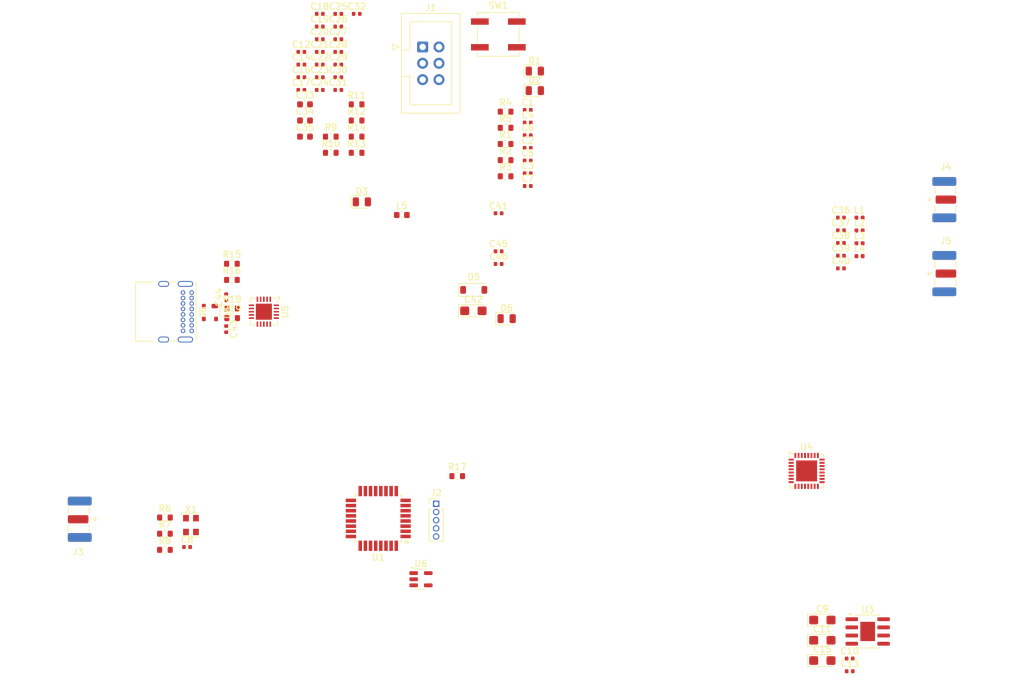
<source format=kicad_pcb>
(kicad_pcb (version 20240108) (generator "pcbnew") (generator_version "8.0")
  (layers (0 "F.Cu" signal) (1 "In1.Cu" signal) (2 "In2.Cu" signal) (31 "B.Cu" signal) (34 "B.Paste" user) (35 "F.Paste" user) (36 "B.SilkS" user "B.Silkscreen") (37 "F.SilkS" user "F.Silkscreen") (38 "B.Mask" user) (39 "F.Mask" user) (44 "Edge.Cuts" user))
  (net 0 "")
  (net 1 "GND")
  (net 2 "+5V")
  (net 3 "+3.3VA")
  (net 4 "+3V3")
  (net 5 "USBDM")
  (net 6 "USBDP")
  (net 7 "+3.3V")
  (net 8 "REF_IN")
  (net 9 "Net-(D1-A)")
  (net 10 "Net-(D2-A)")
  (net 11 "VBUS")
  (net 13 "UPDI")
  (net 16 "RF+")
  (net 17 "MOSI")
  (net 18 "MISO")
  (net 19 "~{SYNTH_CS}")
  (net 20 "SCLK")
  (net 21 "EXT_REF")
  (net 22 "RF-")
  (net 23 "RUN_LED")
  (net 24 "ERROR_LED")
  (net 25 "SDA")
  (net 26 "SCL")
  (net 27 "XO_EN")
  (net 28 "XO_REF")
  (net 29 "LD")
  (net 30 "TX")
  (net 31 "RX")
  (net 32 "MUXOUT")
  (net 33 "Net-(U1-~{RESET}{slash}PF6)")
  (net 34 "Net-(U3-BYP)")
  (net 35 "Net-(U3-VREG)")
  (net 36 "Net-(U4-TEMP)")
  (net 37 "Net-(U3-REF)")
  (net 38 "Net-(U4-VCOM)")
  (net 39 "Net-(U4-VREF)")
  (net 40 "Net-(U4-REFIN)")
  (net 41 "Net-(U4-CPout)")
  (net 42 "Net-(C34-Pad1)")
  (net 43 "Net-(U4-VTUNE)")
  (net 44 "Net-(C39-Pad2)")
  (net 45 "Net-(U4-RF_OUT_A+)")
  (net 46 "Net-(C40-Pad2)")
  (net 47 "Net-(U4-RF_OUT_A-)")
  (net 48 "Net-(D5-K)")
  (net 49 "Net-(D3-A)")
  (net 50 "Net-(D6-A)")
  (net 51 "Net-(J6-CC2)")
  (net 52 "Net-(J6-CC1)")
  (net 55 "Net-(R1-Pad1)")
  (net 56 "Net-(U4-RSET)")
  (net 57 "Net-(U4-SW)")
  (net 58 "Net-(R10-Pad1)")
  (net 59 "Net-(U5-USBDP)")
  (net 60 "Net-(U5-USBDM)")
  (footprint "Capacitor_SMD:C_0402_1005Metric" (layer "F.Cu") (at 101.0225 38.105)
    (property "Reference" "C19" (at 0 -1.16 0) (layer "F.SilkS"))
    (property "Value" "10pF")
    (pad "1" smd roundrect (at -0.48 0) (size 0.56 0.62) (layers "F.Cu" "F.Paste" "F.Mask") (net 1 "GND"))
    (pad "2" smd roundrect (at 0.48 0) (size 0.56 0.62) (layers "F.Cu" "F.Paste" "F.Mask") (net 39 "Net-(U4-VREF)"))
  )
  (footprint "Capacitor_SMD:C_0402_1005Metric" (layer "F.Cu") (at 133.3425 53.035)
    (property "Reference" "C4" (at 0 -1.16 0) (layer "F.SilkS"))
    (property "Value" "100nF")
    (pad "1" smd roundrect (at -0.48 0) (size 0.56 0.62) (layers "F.Cu" "F.Paste" "F.Mask") (net 1 "GND"))
    (pad "2" smd roundrect (at 0.48 0) (size 0.56 0.62) (layers "F.Cu" "F.Paste" "F.Mask") (net 4 "+3V3"))
  )
  (footprint "Capacitor_SMD:C_0402_1005Metric" (layer "F.Cu") (at 133.3425 55.005)
    (property "Reference" "C6" (at 0 -1.16 0) (layer "F.SilkS"))
    (property "Value" "10nF")
    (pad "1" smd roundrect (at -0.48 0) (size 0.56 0.62) (layers "F.Cu" "F.Paste" "F.Mask") (net 4 "+3V3"))
    (pad "2" smd roundrect (at 0.48 0) (size 0.56 0.62) (layers "F.Cu" "F.Paste" "F.Mask") (net 1 "GND"))
  )
  (footprint "Inductor_SMD:L_0603_1608Metric" (layer "F.Cu") (at 113.7725 67.395)
    (property "Reference" "L5" (at 0 -1.43 0) (layer "F.SilkS"))
    (property "Value" "MH1608-601Y")
    (pad "1" smd roundrect (at -0.7875 0) (size 0.875 0.95) (layers "F.Cu" "F.Paste" "F.Mask") (net 48 "Net-(D5-K)"))
    (pad "2" smd roundrect (at 0.7875 0) (size 0.875 0.95) (layers "F.Cu" "F.Paste" "F.Mask") (net 2 "+5V"))
  )
  (footprint "Resistor_SMD:R_0603_1608Metric" (layer "F.Cu") (at 122.3815 107.979)
    (property "Reference" "R17" (at 0 -1.43 0) (layer "F.SilkS"))
    (property "Value" "1k")
    (pad "1" smd roundrect (at -0.825 0) (size 0.8 0.95) (layers "F.Cu" "F.Paste" "F.Mask") (net 2 "+5V"))
    (pad "2" smd roundrect (at 0.825 0) (size 0.8 0.95) (layers "F.Cu" "F.Paste" "F.Mask") (net 50 "Net-(D6-A)"))
  )
  (footprint "Capacitor_SMD:C_0402_1005Metric" (layer "F.Cu") (at 101.0225 40.075)
    (property "Reference" "C20" (at 0 -1.16 0) (layer "F.SilkS"))
    (property "Value" "10nF")
    (pad "1" smd roundrect (at -0.48 0) (size 0.56 0.62) (layers "F.Cu" "F.Paste" "F.Mask") (net 40 "Net-(U4-REFIN)"))
    (pad "2" smd roundrect (at 0.48 0) (size 0.56 0.62) (layers "F.Cu" "F.Paste" "F.Mask") (net 8 "REF_IN"))
  )
  (footprint "Oscillator:Oscillator_SMD_EuroQuartz_XO32-4Pin_3.2x2.5mm" (layer "F.Cu") (at 81.001 115.589)
    (property "Reference" "X1" (at 0 -2.45 0) (layer "F.SilkS"))
    (property "Value" "XO32")
    (pad "1" smd rect (at -0.775 -1.075 270) (size 1 0.9) (layers "F.Cu" "F.Paste" "F.Mask") (net 27 "XO_EN"))
    (pad "2" smd rect (at -0.775 1.075 270) (size 1 0.9) (layers "F.Cu" "F.Paste" "F.Mask") (net 1 "GND"))
    (pad "3" smd rect (at 0.775 1.075 270) (size 1 0.9) (layers "F.Cu" "F.Paste" "F.Mask") (net 28 "XO_REF"))
    (pad "4" smd rect (at 0.775 -1.075 270) (size 1 0.9) (layers "F.Cu" "F.Paste" "F.Mask") (net 3 "+3.3VA"))
  )
  (footprint "Capacitor_SMD:C_0402_1005Metric" (layer "F.Cu") (at 103.8925 36.135)
    (property "Reference" "C25" (at 0 -1.16 0) (layer "F.SilkS"))
    (property "Value" "100nF")
    (pad "1" smd roundrect (at -0.48 0) (size 0.56 0.62) (layers "F.Cu" "F.Paste" "F.Mask") (net 3 "+3.3VA"))
    (pad "2" smd roundrect (at 0.48 0) (size 0.56 0.62) (layers "F.Cu" "F.Paste" "F.Mask") (net 1 "GND"))
  )
  (footprint "Resistor_SMD:R_0603_1608Metric" (layer "F.Cu") (at 102.7325 55.215)
    (property "Reference" "R9" (at 0 -1.43 0) (layer "F.SilkS"))
    (property "Value" "4.7k")
    (pad "1" smd roundrect (at -0.825 0) (size 0.8 0.95) (layers "F.Cu" "F.Paste" "F.Mask") (net 56 "Net-(U4-RSET)"))
    (pad "2" smd roundrect (at 0.825 0) (size 0.8 0.95) (layers "F.Cu" "F.Paste" "F.Mask") (net 1 "GND"))
  )
  (footprint "Package_TO_SOT_SMD:SOT-23-5" (layer "F.Cu") (at 116.7465 124.004)
    (property "Reference" "U6" (at 0 -2.4 360) (layer "F.SilkS"))
    (property "Value" "AT24CS16-STUM")
    (pad "1" smd roundrect (at -1.1375 -0.95) (size 1.325 0.6) (layers "F.Cu" "F.Paste" "F.Mask") (net 26 "SCL"))
    (pad "2" smd roundrect (at -1.1375 0) (size 1.325 0.6) (layers "F.Cu" "F.Paste" "F.Mask") (net 1 "GND"))
    (pad "3" smd roundrect (at -1.1375 0.95) (size 1.325 0.6) (layers "F.Cu" "F.Paste" "F.Mask") (net 25 "SDA"))
    (pad "4" smd roundrect (at 1.1375 0.95) (size 1.325 0.6) (layers "F.Cu" "F.Paste" "F.Mask") (net 4 "+3V3"))
    (pad "5" smd roundrect (at 1.1375 -0.95) (size 1.325 0.6) (layers "F.Cu" "F.Paste" "F.Mask") (net 1 "GND"))
  )
  (footprint "Connector_Coaxial:SMA_Samtec_SMA-J-P-H-ST-EM1_EdgeMount" (layer "F.Cu") (at 198.3375 76.5)
    (property "Reference" "J5" (at 0 -5.08 180) (layer "F.SilkS"))
    (property "Value" "SMA-J-P-H-ST-EM1")
    (pad "1" smd roundrect (at 0 0 90) (size 1.27 3.2) (layers "F.Cu" "F.Mask") (roundrect_rratio 0.1968503937) (net 22 "RF-"))
    (pad "2" smd roundrect (at -0.25 -2.825 90) (size 1.35 3.7) (layers "F.Cu" "F.Mask") (roundrect_rratio 0.1851851852) (net 1 "GND"))
    (pad "2" smd roundrect (at -0.25 -2.825 90) (size 1.35 3.7) (layers "B.Cu" "B.Mask") (roundrect_rratio 0.1851851852) (net 1 "GND"))
    (pad "2" smd roundrect (at -0.25 2.825 90) (size 1.35 3.7) (layers "F.Cu" "F.Mask") (roundrect_rratio 0.1851851852) (net 1 "GND"))
    (pad "2" smd roundrect (at -0.25 2.825 90) (size 1.35 3.7) (layers "B.Cu" "B.Mask") (roundrect_rratio 0.1851851852) (net 1 "GND"))
  )
  (footprint "Capacitor_SMD:C_0603_1608Metric" (layer "F.Cu") (at 98.7225 50.195)
    (property "Reference" "C33" (at 0 -1.43 0) (layer "F.SilkS"))
    (property "Value" "2.7nF")
    (pad "1" smd roundrect (at -0.775 0) (size 0.9 0.95) (layers "F.Cu" "F.Paste" "F.Mask") (net 1 "GND"))
    (pad "2" smd roundrect (at 0.775 0) (size 0.9 0.95) (layers "F.Cu" "F.Paste" "F.Mask") (net 41 "Net-(U4-CPout)"))
  )
  (footprint "Resistor_SMD:R_0603_1608Metric" (layer "F.Cu") (at 129.9025 58.865)
    (property "Reference" "R2" (at 0 -1.43 0) (layer "F.SilkS"))
    (property "Value" "5.1k")
    (pad "1" smd roundrect (at -0.825 0) (size 0.8 0.95) (layers "F.Cu" "F.Paste" "F.Mask") (net 4 "+3V3"))
    (pad "2" smd roundrect (at 0.825 0) (size 0.8 0.95) (layers "F.Cu" "F.Paste" "F.Mask") (net 25 "SDA"))
  )
  (footprint "LED_SMD:LED_0805_2012Metric" (layer "F.Cu") (at 107.5625 65.35)
    (property "Reference" "D3" (at 0 -1.65 0) (layer "F.SilkS"))
    (property "Value" "150080VS75000")
    (pad "1" smd roundrect (at -0.9375 0) (size 0.975 1.4) (layers "F.Cu" "F.Paste" "F.Mask") (net 1 "GND"))
    (pad "2" smd roundrect (at 0.9375 0) (size 0.975 1.4) (layers "F.Cu" "F.Paste" "F.Mask") (net 49 "Net-(D3-A)"))
  )
  (footprint "Capacitor_SMD:C_0402_1005Metric" (layer "F.Cu") (at 103.8925 45.985)
    (property "Reference" "C30" (at 0 -1.16 0) (layer "F.SilkS"))
    (property "Value" "10pF")
    (pad "1" smd roundrect (at -0.48 0) (size 0.56 0.62) (layers "F.Cu" "F.Paste" "F.Mask") (net 1 "GND"))
    (pad "2" smd roundrect (at 0.48 0) (size 0.56 0.62) (layers "F.Cu" "F.Paste" "F.Mask") (net 3 "+3.3VA"))
  )
  (footprint "Connector_PinHeader_1.27mm:PinHeader_1x05_P1.27mm_Vertical" (layer "F.Cu") (at 119.109 112.284)
    (property "Reference" "J2" (at 0 -1.695 0) (layer "F.SilkS"))
    (property "Value" "Conn_01x05_Socket")
    (pad "1" thru_hole rect (at 0 0) (size 1 1) (drill 0.65) (layers "*.Cu" "*.Mask") (net 19 "~{SYNTH_CS}"))
    (pad "2" thru_hole oval (at 0 1.27) (size 1 1) (drill 0.65) (layers "*.Cu" "*.Mask") (net 20 "SCLK"))
    (pad "3" thru_hole oval (at 0 2.54) (size 1 1) (drill 0.65) (layers "*.Cu" "*.Mask") (net 18 "MISO"))
    (pad "4" thru_hole oval (at 0 3.81) (size 1 1) (drill 0.65) (layers "*.Cu" "*.Mask") (net 17 "MOSI"))
    (pad "5" thru_hole oval (at 0 5.08) (size 1 1) (drill 0.65) (layers "*.Cu" "*.Mask") (net 1 "GND"))
  )
  (footprint "Connector_Coaxial:SMA_Samtec_SMA-J-P-H-ST-EM1_EdgeMount" (layer "F.Cu") (at 63.4635 114.681 180)
    (property "Reference" "J3" (at 0 -5.08 360) (layer "F.SilkS"))
    (property "Value" "SMA-J-P-H-ST-EM1")
    (pad "1" smd roundrect (at 0 0 270) (size 1.27 3.2) (layers "F.Cu" "F.Mask") (roundrect_rratio 0.1968503937) (net 21 "EXT_REF"))
    (pad "2" smd roundrect (at -0.25 -2.825 270) (size 1.35 3.7) (layers "F.Cu" "F.Mask") (roundrect_rratio 0.1851851852) (net 1 "GND"))
    (pad "2" smd roundrect (at -0.25 -2.825 270) (size 1.35 3.7) (layers "B.Cu" "B.Mask") (roundrect_rratio 0.1851851852) (net 1 "GND"))
    (pad "2" smd roundrect (at -0.25 2.825 270) (size 1.35 3.7) (layers "F.Cu" "F.Mask") (roundrect_rratio 0.1851851852) (net 1 "GND"))
    (pad "2" smd roundrect (at -0.25 2.825 270) (size 1.35 3.7) (layers "B.Cu" "B.Mask") (roundrect_rratio 0.1851851852) (net 1 "GND"))
  )
  (footprint "Capacitor_SMD:C_0402_1005Metric" (layer "F.Cu") (at 103.8925 38.105)
    (property "Reference" "C26" (at 0 -1.16 0) (layer "F.SilkS"))
    (property "Value" "10pF")
    (pad "1" smd roundrect (at -0.48 0) (size 0.56 0.62) (layers "F.Cu" "F.Paste" "F.Mask") (net 3 "+3.3VA"))
    (pad "2" smd roundrect (at 0.48 0) (size 0.56 0.62) (layers "F.Cu" "F.Paste" "F.Mask") (net 1 "GND"))
  )
  (footprint "Capacitor_Tantalum_SMD:CP_EIA-3216-18_Kemet-A" (layer "F.Cu") (at 179.133 136.643)
    (property "Reference" "C15" (at 0 -1.75 0) (layer "F.SilkS"))
    (property "Value" "10uF")
    (pad "1" smd roundrect (at -1.35 0) (size 1.4 1.35) (layers "F.Cu" "F.Paste" "F.Mask") (roundrect_rratio 0.185185) (net 3 "+3.3VA"))
    (pad "2" smd roundrect (at 1.35 0) (size 1.4 1.35) (layers "F.Cu" "F.Paste" "F.Mask") (roundrect_rratio 0.185185) (net 1 "GND"))
  )
  (footprint "Inductor_SMD:L_0402_1005Metric" (layer "F.Cu") (at 184.912 69.807)
    (property "Reference" "L2" (at 0 -1.17 0) (layer "F.SilkS"))
    (property "Value" "7.5nH")
    (pad "1" smd roundrect (at -0.485 0) (size 0.59 0.64) (layers "F.Cu" "F.Paste" "F.Mask") (net 3 "+3.3VA"))
    (pad "2" smd roundrect (at 0.485 0) (size 0.59 0.64) (layers "F.Cu" "F.Paste" "F.Mask") (net 47 "Net-(U4-RF_OUT_A-)"))
  )
  (footprint "Resistor_SMD:R_0603_1608Metric" (layer "F.Cu") (at 106.7425 50.195)
    (property "Reference" "R11" (at 0 -1.43 0) (layer "F.SilkS"))
    (property "Value" "360")
    (pad "1" smd roundrect (at -0.825 0) (size 0.8 0.95) (layers "F.Cu" "F.Paste" "F.Mask") (net 58 "Net-(R10-Pad1)"))
    (pad "2" smd roundrect (at 0.825 0) (size 0.8 0.95) (layers "F.Cu" "F.Paste" "F.Mask") (net 42 "Net-(C34-Pad1)"))
  )
  (footprint "Capacitor_SMD:C_0402_1005Metric" (layer "F.Cu") (at 133.3425 51.065)
    (property "Reference" "C1" (at 0 -1.16 0) (layer "F.SilkS"))
    (property "Value" "100nF")
    (pad "1" smd roundrect (at -0.48 0) (size 0.56 0.62) (layers "F.Cu" "F.Paste" "F.Mask") (net 1 "GND"))
    (pad "2" smd roundrect (at 0.48 0) (size 0.56 0.62) (layers "F.Cu" "F.Paste" "F.Mask") (net 33 "Net-(U1-~{RESET}{slash}PF6)"))
  )
  (footprint "Package_QFP:TQFP-32_7x7mm_P0.8mm" (layer "F.Cu") (at 110.109 114.554 180)
    (property "Reference" "U1" (at 0 -6.05 360) (layer "F.SilkS"))
    (property "Value" "AVR128DA32x-xPT")
    (pad "1" smd rect (at -4.25 -2.8 180) (size 1.6 0.55) (layers "F.Cu" "F.Paste" "F.Mask") (net 26 "SCL"))
    (pad "2" smd rect (at -4.25 -2 180) (size 1.6 0.55) (layers "F.Cu" "F.Paste" "F.Mask") (net 17 "MOSI"))
    (pad "3" smd rect (at -4.25 -1.2 180) (size 1.6 0.55) (layers "F.Cu" "F.Paste" "F.Mask") (net 18 "MISO"))
    (pad "4" smd rect (at -4.25 -0.4 180) (size 1.6 0.55) (layers "F.Cu" "F.Paste" "F.Mask") (net 20 "SCLK"))
    (pad "5" smd rect (at -4.25 0.4 180) (size 1.6 0.55) (layers "F.Cu" "F.Paste" "F.Mask") (net 19 "~{SYNTH_CS}"))
    (pad "6" smd rect (at -4.25 1.2 180) (size 1.6 0.55) (layers "F.Cu" "F.Paste" "F.Mask") (net 23 "RUN_LED"))
    (pad "7" smd rect (at -4.25 2 180) (size 1.6 0.55) (layers "F.Cu" "F.Paste" "F.Mask") (net 24 "ERROR_LED"))
    (pad "8" smd rect (at -4.25 2.8 180) (size 1.6 0.55) (layers "F.Cu" "F.Paste" "F.Mask") (net 27 "XO_EN"))
    (pad "9" smd rect (at -2.8 4.25 270) (size 1.6 0.55) (layers "F.Cu" "F.Paste" "F.Mask"))
    (pad "10" smd rect (at -2 4.25 270) (size 1.6 0.55) (layers "F.Cu" "F.Paste" "F.Mask"))
    (pad "11" smd rect (at -1.2 4.25 270) (size 1.6 0.55) (layers "F.Cu" "F.Paste" "F.Mask"))
    (pad "12" smd rect (at -0.4 4.25 270) (size 1.6 0.55) (layers "F.Cu" "F.Paste" "F.Mask"))
    (pad "13" smd rect (at 0.4 4.25 270) (size 1.6 0.55) (layers "F.Cu" "F.Paste" "F.Mask"))
    (pad "14" smd rect (at 1.2 4.25 270) (size 1.6 0.55) (layers "F.Cu" "F.Paste" "F.Mask"))
    (pad "15" smd rect (at 2 4.25 270) (size 1.6 0.55) (layers "F.Cu" "F.Paste" "F.Mask"))
    (pad "16" smd rect (at 2.8 4.25 270) (size 1.6 0.55) (layers "F.Cu" "F.Paste" "F.Mask"))
    (pad "17" smd rect (at 4.25 2.8 180) (size 1.6 0.55) (layers "F.Cu" "F.Paste" "F.Mask"))
    (pad "18" smd rect (at 4.25 2 180) (size 1.6 0.55) (layers "F.Cu" "F.Paste" "F.Mask") (net 4 "+3V3"))
    (pad "19" smd rect (at 4.25 1.2 180) (size 1.6 0.55) (layers "F.Cu" "F.Paste" "F.Mask") (net 1 "GND"))
    (pad "20" smd rect (at 4.25 0.4 180) (size 1.6 0.55) (layers "F.Cu" "F.Paste" "F.Mask"))
    (pad "21" smd rect (at 4.25 -0.4 180) (size 1.6 0.55) (layers "F.Cu" "F.Paste" "F.Mask"))
    (pad "22" smd rect (at 4.25 -1.2 180) (size 1.6 0.55) (layers "F.Cu" "F.Paste" "F.Mask"))
    (pad "23" smd rect (at 4.25 -2 180) (size 1.6 0.55) (layers "F.Cu" "F.Paste" "F.Mask"))
    (pad "24" smd rect (at 4.25 -2.8 180) (size 1.6 0.55) (layers "F.Cu" "F.Paste" "F.Mask"))
    (pad "25" smd rect (at 2.8 -4.25 270) (size 1.6 0.55) (layers "F.Cu" "F.Paste" "F.Mask"))
    (pad "26" smd rect (at 2 -4.25 270) (size 1.6 0.55) (layers "F.Cu" "F.Paste" "F.Mask") (net 33 "Net-(U1-~{RESET}{slash}PF6)"))
    (pad "27" smd rect (at 1.2 -4.25 270) (size 1.6 0.55) (layers "F.Cu" "F.Paste" "F.Mask") (net 13 "UPDI"))
    (pad "28" smd rect (at 0.4 -4.25 270) (size 1.6 0.55) (layers "F.Cu" "F.Paste" "F.Mask") (net 4 "+3V3"))
    (pad "29" smd rect (at -0.4 -4.25 270) (size 1.6 0.55) (layers "F.Cu" "F.Paste" "F.Mask") (net 1 "GND"))
    (pad "30" smd rect (at -1.2 -4.25 270) (size 1.6 0.55) (layers "F.Cu" "F.Paste" "F.Mask") (net 30 "TX"))
    (pad "31" smd rect (at -2 -4.25 270) (size 1.6 0.55) (layers "F.Cu" "F.Paste" "F.Mask") (net 31 "RX"))
    (pad "32" smd rect (at -2.8 -4.25 270) (size 1.6 0.55) (layers "F.Cu" "F.Paste" "F.Mask") (net 25 "SDA"))
  )
  (footprint "Diode_SMD:D_SOD-123" (layer "F.Cu") (at 124.9475 79.035)
    (property "Reference" "D5" (at 0 -2 0) (layer "F.SilkS"))
    (property "Value" "1N5819")
    (pad "1" smd roundrect (at -1.65 0) (size 0.9 1.2) (layers "F.Cu" "F.Paste" "F.Mask") (net 48 "Net-(D5-K)"))
    (pad "2" smd roundrect (at 1.65 0) (size 0.9 1.2) (layers "F.Cu" "F.Paste" "F.Mask") (net 11 "VBUS"))
  )
  (footprint "Capacitor_SMD:C_0402_1005Metric" (layer "F.Cu") (at 133.3425 60.915)
    (property "Reference" "C3" (at 0 -1.16 0) (layer "F.SilkS"))
    (property "Value" "100nF")
    (pad "1" smd roundrect (at -0.48 0) (size 0.56 0.62) (layers "F.Cu" "F.Paste" "F.Mask") (net 1 "GND"))
    (pad "2" smd roundrect (at 0.48 0) (size 0.56 0.62) (layers "F.Cu" "F.Paste" "F.Mask") (net 4 "+3V3"))
  )
  (footprint "LED_SMD:LED_0805_2012Metric" (layer "F.Cu") (at 134.4425 48.06)
    (property "Reference" "D2" (at 0 -1.65 0) (layer "F.SilkS"))
    (property "Value" "150080SS75000")
    (pad "1" smd roundrect (at -0.9375 0) (size 0.975 1.4) (layers "F.Cu" "F.Paste" "F.Mask") (net 1 "GND"))
    (pad "2" smd roundrect (at 0.9375 0) (size 0.975 1.4) (layers "F.Cu" "F.Paste" "F.Mask") (net 10 "Net-(D2-A)"))
  )
  (footprint "Capacitor_SMD:C_0402_1005Metric" (layer "F.Cu") (at 128.8125 73.035)
    (property "Reference" "C45" (at 0 -1.16 0) (layer "F.SilkS"))
    (property "Value" "100nF")
    (pad "1" smd roundrect (at -0.48 0) (size 0.56 0.62) (layers "F.Cu" "F.Paste" "F.Mask") (net 1 "GND"))
    (pad "2" smd roundrect (at 0.48 0) (size 0.56 0.62) (layers "F.Cu" "F.Paste" "F.Mask") (net 2 "+5V"))
  )
  (footprint "Resistor_SMD:R_0603_1608Metric" (layer "F.Cu") (at 106.7425 55.215)
    (property "Reference" "R14" (at 0 -1.43 0) (layer "F.SilkS"))
    (property "Value" "1k")
    (pad "1" smd roundrect (at -0.825 0) (size 0.8 0.95) (layers "F.Cu" "F.Paste" "F.Mask") (net 41 "Net-(U4-CPout)"))
    (pad "2" smd roundrect (at 0.825 0) (size 0.8 0.95) (layers "F.Cu" "F.Paste" "F.Mask") (net 43 "Net-(U4-VTUNE)"))
  )
  (footprint "Connector_IDC:IDC-Header_2x03_P2.54mm_Vertical" (layer "F.Cu") (at 117.0075 41.275)
    (property "Reference" "J1" (at 1.27 -6.1 0) (layer "F.SilkS"))
    (property "Value" "AVR-UPDI-6")
    (pad "1" thru_hole roundrect (at 0 0) (size 1.7 1.7) (drill 1) (layers "*.Cu" "*.Mask") (roundrect_rratio 0.147059) (net 13 "UPDI"))
    (pad "2" thru_hole circle (at 2.54 0) (size 1.7 1.7) (drill 1) (layers "*.Cu" "*.Mask") (net 4 "+3V3"))
    (pad "3" thru_hole circle (at 0 2.54) (size 1.7 1.7) (drill 1) (layers "*.Cu" "*.Mask"))
    (pad "4" thru_hole circle (at 2.54 2.54) (size 1.7 1.7) (drill 1) (layers "*.Cu" "*.Mask"))
    (pad "5" thru_hole circle (at 0 5.08) (size 1.7 1.7) (drill 1) (layers "*.Cu" "*.Mask"))
    (pad "6" thru_hole circle (at 2.54 5.08) (size 1.7 1.7) (drill 1) (layers "*.Cu" "*.Mask") (net 1 "GND"))
  )
  (footprint "Capacitor_SMD:C_0402_1005Metric" (layer "F.Cu") (at 103.8925 42.045)
    (property "Reference" "C28" (at 0 -1.16 0) (layer "F.SilkS"))
    (property "Value" "10pF")
    (pad "1" smd roundrect (at -0.48 0) (size 0.56 0.62) (layers "F.Cu" "F.Paste" "F.Mask") (net 1 "GND"))
    (pad "2" smd roundrect (at 0.48 0) (size 0.56 0.62) (layers "F.Cu" "F.Paste" "F.Mask") (net 3 "+3.3VA"))
  )
  (footprint "Capacitor_SMD:C_0603_1608Metric" (layer "F.Cu") (at 98.7225 55.215)
    (property "Reference" "C35" (at 0 -1.43 0) (layer "F.SilkS"))
    (property "Value" "680pF")
    (pad "1" smd roundrect (at -0.775 0) (size 0.9 0.95) (layers "F.Cu" "F.Paste" "F.Mask") (net 1 "GND"))
    (pad "2" smd roundrect (at 0.775 0) (size 0.9 0.95) (layers "F.Cu" "F.Paste" "F.Mask") (net 43 "Net-(U4-VTUNE)"))
  )
  (footprint "Capacitor_SMD:C_0402_1005Metric" (layer "F.Cu") (at 80.391 118.999)
    (property "Reference" "C8" (at 0 -1.16 0) (layer "F.SilkS"))
    (property "Value" "100nF")
    (pad "1" smd roundrect (at -0.48 0) (size 0.56 0.62) (layers "F.Cu" "F.Paste" "F.Mask") (net 3 "+3.3VA"))
    (pad "2" smd roundrect (at 0.48 0) (size 0.56 0.62) (layers "F.Cu" "F.Paste" "F.Mask") (net 1 "GND"))
  )
  (footprint "Capacitor_SMD:C_0402_1005Metric" (layer "F.Cu") (at 103.8925 40.075)
    (property "Reference" "C27" (at 0 -1.16 0) (layer "F.SilkS"))
    (property "Value" "100nF")
    (pad "1" smd roundrect (at -0.48 0) (size 0.56 0.62) (layers "F.Cu" "F.Paste" "F.Mask") (net 1 "GND"))
    (pad "2" smd roundrect (at 0.48 0) (size 0.56 0.62) (layers "F.Cu" "F.Paste" "F.Mask") (net 3 "+3.3VA"))
  )
  (footprint "Capacitor_SMD:C_0402_1005Metric" (layer "F.Cu") (at 133.3425 56.975)
    (property "Reference" "C2" (at 0 -1.16 0) (layer "F.SilkS"))
    (property "Value" "100nF")
    (pad "1" smd roundrect (at -0.48 0) (size 0.56 0.62) (layers "F.Cu" "F.Paste" "F.Mask") (net 1 "GND"))
    (pad "2" smd roundrect (at 0.48 0) (size 0.56 0.62) (layers "F.Cu" "F.Paste" "F.Mask") (net 4 "+3V3"))
  )
  (footprint "Resistor_SMD:R_0603_1608Metric" (layer "F.Cu") (at 106.7425 57.725)
    (property "Reference" "R13" (at 0 -1.43 0) (layer "F.SilkS"))
    (property "Value" "1k")
    (pad "1" smd roundrect (at -0.825 0) (size 0.8 0.95) (layers "F.Cu" "F.Paste" "F.Mask") (net 29 "LD"))
    (pad "2" smd roundrect (at 0.825 0) (size 0.8 0.95) (layers "F.Cu" "F.Paste" "F.Mask") (net 49 "Net-(D3-A)"))
  )
  (footprint "Capacitor_SMD:C_0402_1005Metric" (layer "F.Cu") (at 101.0225 45.985)
    (property "Reference" "C23" (at 0 -1.16 0) (layer "F.SilkS"))
    (property "Value" "100nF")
    (pad "1" smd roundrect (at -0.48 0) (size 0.56 0.62) (layers "F.Cu" "F.Paste" "F.Mask") (net 3 "+3.3VA"))
    (pad "2" smd roundrect (at 0.48 0) (size 0.56 0.62) (layers "F.Cu" "F.Paste" "F.Mask") (net 1 "GND"))
  )
  (footprint "Resistor_SMD:R_0603_1608Metric" (layer "F.Cu") (at 87.3915 81.923)
    (property "Reference" "R18" (at 0 -1.43 0) (layer "F.SilkS"))
    (property "Value" "27")
    (pad "1" smd roundrect (at -0.825 0) (size 0.8 0.95) (layers "F.Cu" "F.Paste" "F.Mask") (net 6 "USBDP"))
    (pad "2" smd roundrect (at 0.825 0) (size 0.8 0.95) (layers "F.Cu" "F.Paste" "F.Mask") (net 59 "Net-(U5-USBDP)"))
  )
  (footprint "Capacitor_SMD:C_0603_1608Metric" (layer "F.Cu") (at 98.7225 52.705)
    (property "Reference" "C34" (at 0 -1.43 0) (layer "F.SilkS"))
    (property "Value" "47nF")
    (pad "1" smd roundrect (at -0.775 0) (size 0.9 0.95) (layers "F.Cu" "F.Paste" "F.Mask") (net 42 "Net-(C34-Pad1)"))
    (pad "2" smd roundrect (at 0.775 0) (size 0.9 0.95) (layers "F.Cu" "F.Paste" "F.Mask") (net 41 "Net-(U4-CPout)"))
  )
  (footprint "Package_SO:SOIC-8-1EP_3.9x4.9mm_P1.27mm_EP2.29x3mm" (layer "F.Cu") (at 186.178 132.123)
    (property "Reference" "U3" (at 0 -3.4 0) (layer "F.SilkS"))
    (property "Value" "ADM7150ARDZ-3.3-R7")
    (pad "1" smd roundrect (at -2.475 -1.905) (size 1.95 0.6) (layers "F.Cu" "F.Paste" "F.Mask") (net 35 "Net-(U3-VREG)"))
    (pad "2" smd roundrect (at -2.475 -0.635) (size 1.95 0.6) (layers "F.Cu" "F.Paste" "F.Mask") (net 3 "+3.3VA"))
    (pad "3" smd roundrect (at -2.475 0.635) (size 1.95 0.6) (layers "F.Cu" "F.Paste" "F.Mask") (net 34 "Net-(U3-BYP)"))
    (pad "4" smd roundrect (at -2.475 1.905) (size 1.95 0.6) (layers "F.Cu" "F.Paste" "F.Mask") (net 1 "GND"))
    (pad "5" smd roundrect (at 2.475 1.905) (size 1.95 0.6) (layers "F.Cu" "F.Paste" "F.Mask") (net 37 "Net-(U3-REF)"))
    (pad "6" smd roundrect (at 2.475 0.635) (size 1.95 0.6) (layers "F.Cu" "F.Paste" "F.Mask") (net 37 "Net-(U3-REF)"))
    (pad "7" smd roundrect (at 2.475 -0.635) (size 1.95 0.6) (layers "F.Cu" "F.Paste" "F.Mask") (net 2 "+5V"))
    (pad "8" smd roundrect (at 2.475 -1.905) (size 1.95 0.6) (layers "F.Cu" "F.Paste" "F.Mask") (net 2 "+5V"))
    (pad "9" smd rect (at 0 0) (size 2.29 3) (property pad_prop_heatsink) (layers "F.Cu" "F.Mask") (net 1 "GND"))
  )
  (footprint "Resistor_SMD:R_0603_1608Metric" (layer "F.Cu") (at 87.3625 74.972)
    (property "Reference" "R15" (at 0 -1.43 0) (layer "F.SilkS"))
    (property "Value" "5.1k")
    (pad "1" smd roundrect (at -0.825 0) (size 0.8 0.95) (layers "F.Cu" "F.Paste" "F.Mask") (net 51 "Net-(J6-CC2)"))
    (pad "2" smd roundrect (at 0.825 0) (size 0.8 0.95) (layers "F.Cu" "F.Paste" "F.Mask") (net 1 "GND"))
  )
  (footprint "Resistor_SMD:R_0603_1608Metric" (layer "F.Cu") (at 106.7425 52.705)
    (property "Reference" "R12" (at 0 -1.43 0) (layer "F.SilkS"))
    (property "Value" "0")
    (pad "1" smd roundrect (at -0.825 0) (size 0.8 0.95) (layers "F.Cu" "F.Paste" "F.Mask") (net 1 "GND"))
    (pad "2" smd roundrect (at 0.825 0) (size 0.8 0.95) (layers "F.Cu" "F.Paste" "F.Mask") (net 58 "Net-(R10-Pad1)"))
  )
  (footprint "Resistor_SMD:R_0603_1608Metric" (layer "F.Cu") (at 87.3915 83.423)
    (property "Reference" "R19" (at 0 -1.43 0) (layer "F.SilkS"))
    (property "Value" "27")
    (pad "1" smd roundrect (at -0.825 0) (size 0.8 0.95) (layers "F.Cu" "F.Paste" "F.Mask") (net 5 "USBDM"))
    (pad "2" smd roundrect (at 0.825 0) (size 0.8 0.95) (layers "F.Cu" "F.Paste" "F.Mask") (net 60 "Net-(U5-USBDM)"))
  )
  (footprint "Resistor_SMD:R_0603_1608Metric" (layer "F.Cu") (at 87.3625 77.482)
    (property "Reference" "R16" (at 0 -1.43 0) (layer "F.SilkS"))
    (property "Value" "5.1k")
    (pad "1" smd roundrect (at -0.825 0) (size 0.8 0.95) (layers "F.Cu" "F.Paste" "F.Mask") (net 52 "Net-(J6-CC1)"))
    (pad "2" smd roundrect (at 0.825 0) (size 0.8 0.95) (layers "F.Cu" "F.Paste" "F.Mask") (net 1 "GND"))
  )
  (footprint "Capacitor_Tantalum_SMD:CP_EIA-3216-18_Kemet-A" (layer "F.Cu") (at 179.133 130.343)
    (property "Reference" "C9" (at 0 -1.75 0) (layer "F.SilkS"))
    (property "Value" "10uF")
    (pad "1" smd roundrect (at -1.35 0) (size 1.4 1.35) (layers "F.Cu" "F.Paste" "F.Mask") (roundrect_rratio 0.185185) (net 2 "+5V"))
    (pad "2" smd roundrect (at 1.35 0) (size 1.4 1.35) (layers "F.Cu" "F.Paste" "F.Mask") (roundrect_rratio 0.185185) (net 1 "GND"))
  )
  (footprint "Inductor_SMD:L_0402_1005Metric" (layer "F.Cu") (at 184.912 67.817)
    (property "Reference" "L1" (at 0 -1.17 0) (layer "F.SilkS"))
    (property "Value" "7.5nH")
    (pad "1" smd roundrect (at -0.485 0) (size 0.59 0.64) (layers "F.Cu" "F.Paste" "F.Mask") (net 45 "Net-(U4-RF_OUT_A+)"))
    (pad "2" smd roundrect (at 0.485 0) (size 0.59 0.64) (layers "F.Cu" "F.Paste" "F.Mask") (net 3 "+3.3VA"))
  )
  (footprint "Package_TO_SOT_SMD:SOT-143" (layer "F.Cu") (at 83.947 82.55 -90)
    (property "Reference" "D4" (at 0.02 -2.7 90) (layer "F.SilkS"))
    (property "Value" "SP0503BAHTG")
    (pad "1" smd roundrect (at -1 -0.75 270) (size 0.7 1) (layers "F.Cu" "F.Paste" "F.Mask") (net 1 "GND"))
    (pad "2" smd roundrect (at -1 0.95 270) (size 0.7 0.6) (layers "F.Cu" "F.Paste" "F.Mask") (net 6 "USBDP"))
    (pad "3" smd roundrect (at 1 0.95 270) (size 0.7 0.6) (layers "F.Cu" "F.Paste" "F.Mask") (net 5 "USBDM"))
    (pad "4" smd roundrect (at 1 -0.95 270) (size 0.7 0.6) (layers "F.Cu" "F.Paste" "F.Mask") (net 11 "VBUS"))
  )
  (footprint "Resistor_SMD:R_0603_1608Metric" (layer "F.Cu") (at 129.9025 56.355)
    (property "Reference" "R1" (at 0 -1.43 0) (layer "F.SilkS"))
    (property "Value" "1k")
    (pad "1" smd roundrect (at -0.825 0) (size 0.8 0.95) (layers "F.Cu" "F.Paste" "F.Mask") (net 55 "Net-(R1-Pad1)"))
    (pad "2" smd roundrect (at 0.825 0) (size 0.8 0.95) (layers "F.Cu" "F.Paste" "F.Mask") (net 33 "Net-(U1-~{RESET}{slash}PF6)"))
  )
  (footprint "LED_SMD:LED_0805_2012Metric" (layer "F.Cu") (at 130.0625 83.5)
    (property "Reference" "D6" (at 0 -1.65 0) (layer "F.SilkS"))
    (property "Value" "150080VS75000")
    (pad "1" smd roundrect (at -0.9375 0) (size 0.975 1.4) (layers "F.Cu" "F.Paste" "F.Mask") (net 1 "GND"))
    (pad "2" smd roundrect (at 0.9375 0) (size 0.975 1.4) (layers "F.Cu" "F.Paste" "F.Mask") (net 50 "Net-(D6-A)"))
  )
  (footprint "Resistor_SMD:R_0603_1608Metric" (layer "F.Cu") (at 129.9025 53.845)
    (property "Reference" "R5" (at 0 -1.43 0) (layer "F.SilkS"))
    (property "Value" "1k")
    (pad "1" smd roundrect (at -0.825 0) (size 0.8 0.95) (layers "F.Cu" "F.Paste" "F.Mask") (net 24 "ERROR_LED"))
    (pad "2" smd roundrect (at 0.825 0) (size 0.8 0.95) (layers "F.Cu" "F.Paste" "F.Mask") (net 10 "Net-(D2-A)"))
  )
  (footprint "Capacitor_Tantalum_SMD:CP_EIA-3216-18_Kemet-A" (layer "F.Cu") (at 179.133 133.493)
    (property "Reference" "C11" (at 0 -1.75 0) (layer "F.SilkS"))
    (property "Value" "10uF")
    (pad "1" smd roundrect (at -1.35 0) (size 1.4 1.35) (layers "F.Cu" "F.Paste" "F.Mask") (roundrect_rratio 0.185185) (net 35 "Net-(U3-VREG)"))
    (pad "2" smd roundrect (at 1.35 0) (size 1.4 1.35) (layers "F.Cu" "F.Paste" "F.Mask") (roundrect_rratio 0.185185) (net 1 "GND"))
  )
  (footprint "Capacitor_SMD:C_0402_1005Metric" (layer "F.Cu") (at 128.8125 75.005)
    (property "Reference" "C46" (at 0 -1.16 0) (layer "F.SilkS"))
    (property "Value" "100nF")
    (pad "1" smd roundrect (at -0.48 0) (size 0.56 0.62) (layers "F.Cu" "F.Paste" "F.Mask") (net 7 "+3.3V"))
    (pad "2" smd roundrect (at 0.48 0) (size 0.56 0.62) (layers "F.Cu" "F.Paste" "F.Mask") (net 1 "GND"))
  )
  (footprint "Button_Switch_SMD:SW_SPST_B3SL-1002P" (layer "F.Cu") (at 128.7725 39.325)
    (property "Reference" "SW1" (at 0 -4.5 0) (layer "F.SilkS"))
    (property "Value" "SW_Push")
    (pad "1" smd rect (at -2.875 -2) (size 2.75 1) (layers "F.Cu" "F.Paste" "F.Mask") (net 1 "GND"))
    (pad "1" smd rect (at 2.875 -2) (size 2.75 1) (layers "F.Cu" "F.Paste" "F.Mask") (net 1 "GND"))
    (pad "2" smd rect (at -2.875 2) (size 2.75 1) (layers "F.Cu" "F.Paste" "F.Mask") (net 55 "Net-(R1-Pad1)"))
    (pad "2" smd rect (at 2.875 2) (size 2.75 1) (layers "F.Cu" "F.Paste" "F.Mask") (net 55 "Net-(R1-Pad1)"))
  )
  (footprint "Capacitor_SMD:C_0402_1005Metric" (layer "F.Cu") (at 101.0225 42.045)
    (property "Reference" "C21" (at 0 -1.16 0) (layer "F.SilkS"))
    (property "Value" "100nF")
    (pad "1" smd roundrect (at -0.48 0) (size 0.56 0.62) (layers "F.Cu" "F.Paste" "F.Mask") (net 3 "+3.3VA"))
    (pad "2" smd roundrect (at 0.48 0) (size 0.56 0.62) (layers "F.Cu" "F.Paste" "F.Mask") (net 1 "GND"))
  )
  (footprint "Resistor_SMD:R_0603_1608Metric" (layer "F.Cu") (at 102.7325 57.725)
    (property "Reference" "R10" (at 0 -1.43 0) (layer "F.SilkS"))
    (property "Value" "0")
    (pad "1" smd roundrect (at -0.825 0) (size 0.8 0.95) (layers "F.Cu" "F.Paste" "F.Mask") (net 58 "Net-(R10-Pad1)"))
    (pad "2" smd roundrect (at 0.825 0) (size 0.8 0.95) (layers "F.Cu" "F.Paste" "F.Mask") (net 57 "Net-(U4-SW)"))
  )
  (footprint "Resistor_SMD:R_0603_1608Metric" (layer "F.Cu") (at 76.951 119.439)
    (property "Reference" "R8" (at 0 -1.43 0) (layer "F.SilkS"))
    (property "Value" "0")
    (pad "1" smd roundrect (at -0.825 0) (size 0.8 0.95) (layers "F.Cu" "F.Paste" "F.Mask") (net 21 "EXT_REF"))
    (pad "2" smd roundrect (at 0.825 0) (size 0.8 0.95) (layers "F.Cu" "F.Paste" "F.Mask") (net 8 "REF_IN"))
  )
  (footprint "Capacitor_SMD:C_0402_1005Metric" (layer "F.Cu") (at 182.022 69.777)
    (property "Reference" "C37" (at 0 -1.16 0) (layer "F.SilkS"))
    (property "Value" "100nF")
    (pad "1" smd roundrect (at -0.48 0) (size 0.56 0.62) (layers "F.Cu" "F.Paste" "F.Mask") (net 3 "+3.3VA"))
    (pad "2" smd roundrect (at 0.48 0) (size 0.56 0.62) (layers "F.Cu" "F.Paste" "F.Mask") (net 1 "GND"))
  )
  (footprint "Capacitor_SMD:C_0402_1005Metric" (layer "F.Cu") (at 182.022 67.807)
    (property "Reference" "C36" (at 0 -1.16 0) (layer "F.SilkS"))
    (property "Value" "120pF")
    (pad "1" smd roundrect (at -0.48 0) (size 0.56 0.62) (layers "F.Cu" "F.Paste" "F.Mask") (net 3 "+3.3VA"))
    (pad "2" smd roundrect (at 0.48 0) (size 0.56 0.62) (layers "F.Cu" "F.Paste" "F.Mask") (net 1 "GND"))
  )
  (footprint "Capacitor_SMD:C_0402_1005Metric" (layer "F.Cu") (at 86.4735 85.132 -90)
    (property "Reference" "C43" (at 0 -1.16 90) (layer "F.SilkS"))
    (property "Value" "47pF")
    (pad "1" smd roundrect (at -0.48 0 270) (size 0.56 0.62) (layers "F.Cu" "F.Paste" "F.Mask") (net 5 "USBDM"))
    (pad "2" smd roundrect (at 0.48 0 270) (size 0.56 0.62) (layers "F.Cu" "F.Paste" "F.Mask") (net 1 "GND"))
  )
  (footprint "Connector_USB:USB_C_Receptacle_GCT_USB4085" (layer "F.Cu") (at 81.114 79.448 -90)
    (property "Reference" "J6" (at 2.975 -1.8 90) (layer "F.SilkS"))
    (property "Value" "USB_C_Receptacle_USB2.0_16P")
    (pad "A1" thru_hole circle (at 0 0 270) (size 0.7 0.7) (drill 0.4) (layers "*.Cu" "*.Mask") (net 1 "GND"))
    (pad "A4" thru_hole circle (at 0.85 0 270) (size 0.7 0.7) (drill 0.4) (layers "*.Cu" "*.Mask") (net 11 "VBUS"))
    (pad "A5" thru_hole circle (at 1.7 0 270) (size 0.7 0.7) (drill 0.4) (layers "*.Cu" "*.Mask") (net 52 "Net-(J6-CC1)"))
    (pad "A6" thru_hole circle (at 2.55 0 270) (size 0.7 0.7) (drill 0.4) (layers "*.Cu" "*.Mask") (net 6 "USBDP"))
    (pad "A7" thru_hole circle (at 3.4 0 270) (size 0.7 0.7) (drill 0.4) (layers "*.Cu" "*.Mask") (net 5 "USBDM"))
    (pad "A8" thru_hole circle (at 4.25 0 270) (size 0.7 0.7) (drill 0.4) (layers "*.Cu" "*.Mask"))
    (pad "A9" thru_hole circle (at 5.1 0 270) (size 0.7 0.7) (drill 0.4) (layers "*.Cu" "*.Mask") (net 11 "VBUS"))
    (pad "A12" thru_hole circle (at 5.95 0 270) (size 0.7 0.7) (drill 0.4) (layers "*.Cu" "*.Mask") (net 1 "GND"))
    (pad "B1" thru_hole circle (at 5.95 1.35 270) (size 0.7 0.7) (drill 0.4) (layers "*.Cu" "*.Mask") (net 1 "GND"))
    (pad "B4" thru_hole circle (at 5.1 1.35 270) (size 0.7 0.7) (drill 0.4) (layers "*.Cu" "*.Mask") (net 11 "VBUS"))
    (pad "B5" thru_hole circle (at 4.25 1.35 270) (size 0.7 0.7) (drill 0.4) (layers "*.Cu" "*.Mask") (net 51 "Net-(J6-CC2)"))
    (pad "B6" thru_hole circle (at 3.4 1.35 270) (size 0.7 0.7) (drill 0.4) (layers "*.Cu" "*.Mask") (net 6 "USBDP"))
    (pad "B7" thru_hole circle (at 2.55 1.35 270) (size 0.7 0.7) (drill 0.4) (layers "*.Cu" "*.Mask") (net 5 "USBDM"))
    (pad "B8" thru_hole circle (at 1.7 1.35 270) (size 0.7 0.7) (drill 0.4) (layers "*.Cu" "*.Mask"))
    (pad "B9" thru_hole circle (at 0.85 1.35 270) (size 0.7 0.7) (drill 0.4) (layers "*.Cu" "*.Mask") (net 11 "VBUS"))
    (pad "B12" thru_hole circle (at 0 1.35 270) (size 0.7 0.7) (drill 0.4) (layers "*.Cu" "*.Mask") (net 1 "GND"))
    (pad "S1" thru_hole oval (at -1.35 0.98 270) (size 0.9 2.4) (drill oval 0.6 2.1) (layers "*.Cu" "*.Mask") (net 1 "GND"))
    (pad "S1" thru_hole oval (at -1.35 4.36 270) (size 0.9 1.7) (drill oval 0.6 1.4) (layers "*.Cu" "*.Mask") (net 1 "GND"))
    (pad "S1" thru_hole oval (at 7.3 0.98 270) (size 0.9 2.4) (drill oval 0.6 2.1) (layers "*.Cu" "*.Mask") (net 1 "GND"))
    (pad "S1" thru_hole oval (at 7.3 4.36 270) (size 0.9 1.7) (drill oval 0.6 1.4) (layers "*.Cu" "*.Mask") (net 1 "GND"))
  )
  (footprint "Capacitor_SMD:C_0402_1005Metric" (layer "F.Cu") (at 98.1525 47.955)
    (property "Reference" "C17" (at 0 -1.16 0) (layer "F.SilkS"))
    (property "Value" "10pF")
    (pad "1" smd roundrect (at -0.48 0) (size 0.56 0.62) (layers "F.Cu" "F.Paste" "F.Mask") (net 1 "GND"))
    (pad "2" smd roundrect (at 0.48 0) (size 0.56 0.62) (layers "F.Cu" "F.Paste" "F.Mask") (net 38 "Net-(U4-VCOM)"))
  )
  (footprint "Connector_Coaxial:SMA_Samtec_SMA-J-P-H-ST-EM1_EdgeMount" (layer "F.Cu") (at 198.3375 65)
    (property "Reference" "J4" (at 0 -5.08 180) (layer "F.SilkS"))
    (property "Value" "SMA-J-P-H-ST-EM1")
    (pad "1" smd roundrect (at 0 0 90) (size 1.27 3.2) (layers "F.Cu" "F.Mask") (roundrect_rratio 0.1968503937) (net 16 "RF+"))
    (pad "2" smd roundrect (at -0.25 -2.825 90) (size 1.35 3.7) (layers "F.Cu" "F.Mask") (roundrect_rratio 0.1851851852) (net 1 "GND"))
    (pad "2" smd roundrect (at -0.25 -2.825 90) (size 1.35 3.7) (layers "B.Cu" "B.Mask") (roundrect_rratio 0.1851851852) (net 1 "GND"))
    (pad "2" smd roundrect (at -0.25 2.825 90) (size 1.35 3.7) (layers "F.Cu" "F.Mask") (roundrect_rratio 0.1851851852) (net 1 "GND"))
    (pad "2" smd roundrect (at -0.25 2.825 90) (size 1.35 3.7) (layers "B.Cu" "B.Mask") (roundrect_rratio 0.1851851852) (net 1 "GND"))
  )
  (footprint "Capacitor_SMD:C_0402_1005Metric" (layer "F.Cu") (at 183.388 136.333)
    (property "Reference" "C10" (at 0 -1.16 0) (layer "F.SilkS"))
    (property "Value" "1uF")
    (pad "1" smd roundrect (at -0.48 0) (size 0.56 0.62) (layers "F.Cu" "F.Paste" "F.Mask") (net 1 "GND"))
    (pad "2" smd roundrect (at 0.48 0) (size 0.56 0.62) (layers "F.Cu" "F.Paste" "F.Mask") (net 34 "Net-(U3-BYP)"))
  )
  (footprint "Package_CSP:LFCSP-32-1EP_5x5mm_P0.5mm_EP3.25x3.25mm" (layer "F.Cu") (at 176.687 107.166)
    (property "Reference" "U4" (at 0 -3.75 0) (layer "F.SilkS"))
    (property "Value" "ADF4351")
    (pad "1" smd rect (at -2.4 -1.75) (size 0.8 0.3) (layers "F.Cu" "F.Paste" "F.Mask") (net 20 "SCLK"))
    (pad "2" smd rect (at -2.4 -1.25) (size 0.8 0.3) (layers "F.Cu" "F.Paste" "F.Mask") (net 17 "MOSI"))
    (pad "3" smd rect (at -2.4 -0.75) (size 0.8 0.3) (layers "F.Cu" "F.Paste" "F.Mask") (net 19 "~{SYNTH_CS}"))
    (pad "4" smd rect (at -2.4 -0.25) (size 0.8 0.3) (layers "F.Cu" "F.Paste" "F.Mask") (net 3 "+3.3VA"))
    (pad "5" smd rect (at -2.4 0.25) (size 0.8 0.3) (layers "F.Cu" "F.Paste" "F.Mask") (net 57 "Net-(U4-SW)"))
    (pad "6" smd rect (at -2.4 0.75) (size 0.8 0.3) (layers "F.Cu" "F.Paste" "F.Mask") (net 3 "+3.3VA"))
    (pad "7" smd rect (at -2.4 1.25) (size 0.8 0.3) (layers "F.Cu" "F.Paste" "F.Mask") (net 41 "Net-(U4-CPout)"))
    (pad "8" smd rect (at -2.4 1.75) (size 0.8 0.3) (layers "F.Cu" "F.Paste" "F.Mask") (net 1 "GND"))
    (pad "9" smd rect (at -1.75 2.4 90) (size 0.8 0.3) (layers "F.Cu" "F.Paste" "F.Mask") (net 1 "GND"))
    (pad "10" smd rect (at -1.25 2.4 90) (size 0.8 0.3) (layers "F.Cu" "F.Paste" "F.Mask") (net 3 "+3.3VA"))
    (pad "11" smd rect (at -0.75 2.4 90) (size 0.8 0.3) (layers "F.Cu" "F.Paste" "F.Mask") (net 1 "GND"))
    (pad "12" smd rect (at -0.25 2.4 90) (size 0.8 0.3) (layers "F.Cu" "F.Paste" "F.Mask") (net 45 "Net-(U4-RF_OUT_A+)"))
    (pad "13" smd rect (at 0.25 2.4 90) (size 0.8 0.3) (layers "F.Cu" "F.Paste" "F.Mask") (net 47 "Net-(U4-RF_OUT_A-)"))
    (pad "14" smd rect (at 0.75 2.4 90) (size 0.8 0.3) (layers "F.Cu" "F.Paste" "F.Mask"))
    (pad "15" smd rect (at 1.25 2.4 90) (size 0.8 0.3) (layers "F.Cu" "F.Paste" "F.Mask"))
    (pad "16" smd rect (at 1.75 2.4 90) (size 0.8 0.3) (layers "F.Cu" "F.Paste" "F.Mask") (net 3 "+3.3VA"))
    (pad "17" smd rect (at 2.4 1.75) (size 0.8 0.3) (layers "F.Cu" "F.Paste" "F.Mask") (net 3 "+3.3VA"))
    (pad "18" smd rect (at 2.4 1.25) (size 0.8 0.3) (layers "F.Cu" "F.Paste" "F.Mask") (net 1 "GND"))
    (pad "19" smd rect (at 2.4 0.75) (size 0.8 0.3) (layers "F.Cu" "F.Paste" "F.Mask") (net 36 "Net-(U4-TEMP)"))
    (pad "20" smd rect (at 2.4 0.25) (size 0.8 0.3) (layers "F.Cu" "F.Paste" "F.Mask") (net 43 "Net-(U4-VTUNE)"))
    (pad "21" smd rect (at 2.4 -0.25) (size 0.8 0.3) (layers "F.Cu" "F.Paste" "F.Mask") (net 1 "GND"))
    (pad "22" smd rect (at 2.4 -0.75) (size 0.8 0.3) (layers "F.Cu" "F.Paste" "F.Mask") (net 56 "Net-(U4-RSET)"))
    (pad "23" smd rect (at 2.4 -1.25) (size 0.8 0.3) (layers "F.Cu" "F.Paste" "F.Mask") (net 38 "Net-(U4-VCOM)"))
    (pad "24" smd rect (at 2.4 -1.75) (size 0.8 0.3) (layers "F.Cu" "F.Paste" "F.Mask") (net 39 "Net-(U4-VREF)"))
    (pad "25" smd rect (at 1.75 -2.4 90) (size 0.8 0.3) (layers "F.Cu" "F.Paste" "F.Mask") (net 29 "LD"))
    (pad "26" smd rect (at 1.25 -2.4 90) (size 0.8 0.3) (layers "F.Cu" "F.Paste" "F.Mask") (net 3 "+3.3VA"))
    (pad "27" smd rect (at 0.75 -2.4 90) (size 0.8 0.3) (layers "F.Cu" "F.Paste" "F.Mask") (net 1 "GND"))
    (pad "28" smd rect (at 0.25 -2.4 90) (size 0.8 0.3) (layers "F.Cu" "F.Paste" "F.Mask") (net 3 "+3.3VA"))
    (pad "29" smd rect (at -0.25 -2.4 90) (size 0.8 0.3) (layers "F.Cu" "F.Paste" "F.Mask") (net 40 "Net-(U4-REFIN)"))
    (pad "30" smd rect (at -0.75 -2.4 90) (size 0.8 0.3) (layers "F.Cu" "F.Paste" "F.Mask") (net 32 "MUXOUT"))
    (pad "31" smd rect (at -1.25 -2.4 90) (size 0.8 0.3) (layers "F.Cu" "F.Paste" "F.Mask") (net 1 "GND"))
    (pad "32" smd rect (at -1.75 -2.4 90) (size 0.8 0.3) (layers "F.Cu" "F.Paste" "F.Mask") (net 3 "+3.3VA"))
    (pad "33" smd rect (at 0 0) (size 3.25 3.25) (layers "F.Cu" "F.Mask") (net 1 "GND"))
  )
  (footprint "Capacitor_SMD:C_0402_1005Metric" (layer "F.Cu") (at 182.022 71.747)
    (property "Reference" "C38" (at 0 -1.16 0) (layer "F.SilkS"))
    (property "Value" "120pF")
    (pad "1" smd roundrect (at -0.48 0) (size 0.56 0.62) (layers "F.Cu" "F.Paste" "F.Mask") (net 3 "+3.3VA"))
    (pad "2" smd roundrect (at 0.48 0) (size 0.56 0.62) (layers "F.Cu" "F.Paste" "F.Mask") (net 1 "GND"))
  )
  (footprint "LED_SMD:LED_0805_2012Metric" (layer "F.Cu") (at 134.4425 45.02)
    (property "Reference" "D1" (at 0 -1.65 0) (layer "F.SilkS"))
    (property "Value" "150080VS75000")
    (pad "1" smd roundrect (at -0.9375 0) (size 0.975 1.4) (layers "F.Cu" "F.Paste" "F.Mask") (net 1 "GND"))
    (pad "2" smd roundrect (at 0.9375 0) (size 0.975 1.4) (layers "F.Cu" "F.Paste" "F.Mask") (net 9 "Net-(D1-A)"))
  )
  (footprint "Inductor_SMD:L_0402_1005Metric" (layer "F.Cu") (at 184.912 71.797)
    (property "Reference" "L3" (at 0 -1.17 0) (layer "F.SilkS"))
    (property "Value" "1.9nH")
    (pad "1" smd roundrect (at -0.485 0) (size 0.59 0.64) (layers "F.Cu" "F.Paste" "F.Mask") (net 44 "Net-(C39-Pad2)"))
    (pad "2" smd roundrect (at 0.485 0) (size 0.59 0.64) (layers "F.Cu" "F.Paste" "F.Mask") (net 16 "RF+"))
  )
  (footprint "Capacitor_SMD:C_0402_1005Metric" (layer "F.Cu") (at 183.388 138.303)
    (property "Reference" "C13" (at 0 -1.16 0) (layer "F.SilkS"))
    (property "Value" "1uF")
    (pad "1" smd roundrect (at -0.48 0) (size 0.56 0.62) (layers "F.Cu" "F.Paste" "F.Mask") (net 1 "GND"))
    (pad "2" smd roundrect (at 0.48 0) (size 0.56 0.62) (layers "F.Cu" "F.Paste" "F.Mask") (net 37 "Net-(U3-REF)"))
  )
  (footprint "Capacitor_SMD:C_0402_1005Metric" (layer "F.Cu") (at 101.0225 47.955)
    (property "Reference" "C24" (at 0 -1.16 0) (layer "F.SilkS"))
    (property "Value" "10pF")
    (pad "1" smd roundrect (at -0.48 0) (size 0.56 0.62) (layers "F.Cu" "F.Paste" "F.Mask") (net 3 "+3.3VA"))
    (pad "2" smd roundrect (at 0.48 0) (size 0.56 0.62) (layers "F.Cu" "F.Paste" "F.Mask") (net 1 "GND"))
  )
  (footprint "Capacitor_SMD:C_0402_1005Metric" (layer "F.Cu") (at 106.7625 36.135)
    (property "Reference" "C32" (at 0 -1.16 0) (layer "F.SilkS"))
    (property "Value" "10pF")
    (pad "1" smd roundrect (at -0.48 0) (size 0.56 0.62) (layers "F.Cu" "F.Paste" "F.Mask") (net 1 "GND"))
    (pad "2" smd roundrect (at 0.48 0) (size 0.56 0.62) (layers "F.Cu" "F.Paste" "F.Mask") (net 3 "+3.3VA"))
  )
  (footprint "Capacitor_SMD:C_0402_1005Metric" (layer "F.Cu") (at 182.022 75.687)
    (property "Reference" "C40" (at 0 -1.16 0) (layer "F.SilkS"))
    (property "Value" "1nF")
    (pad "1" smd roundrect (at -0.48 0) (size 0.56 0.62) (layers "F.Cu" "F.Paste" "F.Mask") (net 47 "Net-(U4-RF_OUT_A-)"))
    (pad "2" smd roundrect (at 0.48 0) (size 0.56 0.62) (layers "F.Cu" "F.Paste" "F.Mask") (net 46 "Net-(C40-Pad2)"))
  )
  (footprint "Capacitor_SMD:C_0402_1005Metric" (layer "F.Cu") (at 133.3425 62.885)
    (property "Reference" "C7" (at 0 -1.16 0) (layer "F.SilkS"))
    (property "Value" "10nF")
    (pad "1" smd roundrect (at -0.48 0) (size 0.56 0.62) (layers "F.Cu" "F.Paste" "F.Mask") (net 4 "+3V3"))
    (pad "2" smd roundrect (at 0.48 0) (size 0.56 0.62) (layers "F.Cu" "F.Paste" "F.Mask") (net 1 "GND"))
  )
  (footprint "Capacitor_SMD:C_0402_1005Metric" (layer "F.Cu") (at 103.8925 44.015)
    (property "Reference" "C29" (at 0 -1.16 0) (layer "F.SilkS"))
    (property "Value" "100nF")
    (pad "1" smd roundrect (at -0.48 0) (size 0.56 0.62) (layers "F.Cu" "F.Paste" "F.Mask") (net 1 "GND"))
    (pad "2" smd roundrect (at 0.48 0) (size 0.56 0.62) (layers "F.Cu" "F.Paste" "F.Mask") (net 3 "+3.3VA"))
  )
  (footprint "Capacitor_SMD:C_0402_1005Metric" (layer "F.Cu") (at 98.1525 42.045)
    (property "Reference" "C12" (at 0 -1.16 0) (layer "F.SilkS"))
    (property "Value" "100nF")
    (pad "1" smd roundrect (at -0.48 0) (size 0.56 0.62) (layers "F.Cu" "F.Paste" "F.Mask") (net 1 "GND"))
    (pad "2" smd roundrect (at 0.48 0) (size 0.56 0.62) (layers "F.Cu" "F.Paste" "F.Mask") (net 36 "Net-(U4-TEMP)"))
  )
  (footprint "Resistor_SMD:R_0603_1608Metric" (layer "F.Cu") (at 76.951 116.929)
    (property "Reference" "R7" (at 0 -1.43 0) (layer "F.SilkS"))
    (property "Value" "0")
    (pad "1" smd roundrect (at -0.825 0) (size 0.8 0.95) (layers "F.Cu" "F.Paste" "F.Mask") (net 28 "XO_REF"))
    (pad "2" smd roundrect (at 0.825 0) (size 0.8 0.95) (layers "F.Cu" "F.Paste" "F.Mask") (net 8 "REF_IN"))
  )
  (footprint "Capacitor_SMD:C_0402_1005Metric" (layer "F.Cu") (at 98.1525 45.985)
    (property "Reference" "C16" (at 0 -1.16 0) (layer "F.SilkS"))
    (property "Value" "100nF")
    (pad "1" smd roundrect (at -0.48 0) (size 0.56 0.62) (layers "F.Cu" "F.Paste" "F.Mask") (net 1 "GND"))
    (pad "2" smd roundrect (at 0.48 0) (size 0.56 0.62) (layers "F.Cu" "F.Paste" "F.Mask") (net 38 "Net-(U4-VCOM)"))
  )
  (footprint "Inductor_SMD:L_0402_1005Metric" (layer "F.Cu") (at 184.912 73.787)
    (property "Reference" "L4" (at 0 -1.17 0) (layer "F.SilkS"))
    (property "Value" "1.9nH")
    (pad "1" smd roundrect (at -0.485 0) (size 0.59 0.64) (layers "F.Cu" "F.Paste" "F.Mask") (net 46 "Net-(C40-Pad2)"))
    (pad "2" smd roundrect (at 0.485 0) (size 0.59 0.64) (layers "F.Cu" "F.Paste" "F.Mask") (net 22 "RF-"))
  )
  (footprint "Package_DFN_QFN:QFN-20-1EP_4x4mm_P0.5mm_EP2.5x2.5mm" (layer "F.Cu") (at 92.329 82.423 -90)
    (property "Reference" "U5" (at 0 -3.3 90) (layer "F.SilkS"))
    (property "Value" "FT231XQ")
    (pad "1" smd roundrect (at -1.9375 -1 270) (size 0.825 0.25) (layers "F.Cu" "F.Paste" "F.Mask") (net 30 "TX"))
    (pad "2" smd roundrect (at -1.9375 -0.5 270) (size 0.825 0.25) (layers "F.Cu" "F.Paste" "F.Mask"))
    (pad "3" smd roundrect (at -1.9375 0 270) (size 0.825 0.25) (layers "F.Cu" "F.Paste" "F.Mask") (net 1 "GND"))
    (pad "4" smd roundrect (at -1.9375 0.5 270) (size 0.825 0.25) (layers "F.Cu" "F.Paste" "F.Mask"))
    (pad "5" smd roundrect (at -1.9375 1 270) (size 0.825 0.25) (layers "F.Cu" "F.Paste" "F.Mask"))
    (pad "6" smd roundrect (at -1 1.9375 270) (size 0.25 0.825) (layers "F.Cu" "F.Paste" "F.Mask"))
    (pad "7" smd roundrect (at -0.5 1.9375 270) (size 0.25 0.825) (layers "F.Cu" "F.Paste" "F.Mask"))
    (pad "8" smd roundrect (at 0 1.9375 270) (size 0.25 0.825) (layers "F.Cu" "F.Paste" "F.Mask") (net 59 "Net-(U5-USBDP)"))
    (pad "9" smd roundrect (at 0.5 1.9375 270) (size 0.25 0.825) (layers "F.Cu" "F.Paste" "F.Mask") (net 60 "Net-(U5-USBDM)"))
    (pad "10" smd roundrect (at 1 1.9375 270) (size 0.25 0.825) (layers "F.Cu" "F.Paste" "F.Mask") (net 7 "+3.3V"))
    (pad "11" smd roundrect (at 1.9375 1 270) (size 0.825 0.25) (layers "F.Cu" "F.Paste" "F.Mask") (net 7 "+3.3V"))
    (pad "12" smd roundrect (at 1.9375 0.5 270) (size 0.825 0.25) (layers "F.Cu" "F.Paste" "F.Mask") (net 2 "+5V"))
    (pad "13" smd roundrect (at 1.9375 0 270) (size 0.825 0.25) (layers "F.Cu" "F.Paste" "F.Mask") (net 1 "GND"))
    (pad "14" smd roundrect (at 1.9375 -0.5 270) (size 0.825 0.25) (layers "F.Cu" "F.Paste" "F.Mask"))
    (pad "15" smd roundrect (at 1.9375 -1 270) (size 0.825 0.25) (layers "F.Cu" "F.Paste" "F.Mask"))
    (pad "16" smd roundrect (at 1 -1.9375 270) (size 0.25 0.825) (layers "F.Cu" "F.Paste" "F.Mask"))
    (pad "17" smd roundrect (at 0.5 -1.9375 270) (size 0.25 0.825) (layers "F.Cu" "F.Paste" "F.Mask") (net 31 "RX"))
    (pad "18" smd roundrect (at 0 -1.9375 270) (size 0.25 0.825) (layers "F.Cu" "F.Paste" "F.Mask"))
    (pad "19" smd roundrect (at -0.5 -1.9375 270) (size 0.25 0.825) (layers "F.Cu" "F.Paste" "F.Mask"))
    (pad "20" smd roundrect (at -1 -1.9375 270) (size 0.25 0.825) (layers "F.Cu" "F.Paste" "F.Mask") (net 7 "+3.3V"))
    (pad "21" smd rect (at 0 0 270) (size 2.5 2.5) (property pad_prop_heatsink) (layers "F.Cu" "F.Mask") (net 1 "GND"))
  )
  (footprint "Capacitor_SMD:C_0402_1005Metric" (layer "F.Cu") (at 133.3425 58.945)
    (property "Reference" "C5" (at 0 -1.16 0) (layer "F.SilkS"))
    (property "Value" "10nF")
    (pad "1" smd roundrect (at -0.48 0) (size 0.56 0.62) (layers "F.Cu" "F.Paste" "F.Mask") (net 4 "+3V3"))
    (pad "2" smd roundrect (at 0.48 0) (size 0.56 0.62) (layers "F.Cu" "F.Paste" "F.Mask") (net 1 "GND"))
  )
  (footprint "Capacitor_SMD:C_0402_1005Metric" (layer "F.Cu") (at 101.0225 36.135)
    (property "Reference" "C18" (at 0 -1.16 0) (layer "F.SilkS"))
    (property "Value" "100nF")
    (pad "1" smd roundrect (at -0.48 0) (size 0.56 0.62) (layers "F.Cu" "F.Paste" "F.Mask") (net 1 "GND"))
    (pad "2" smd roundrect (at 0.48 0) (size 0.56 0.62) (layers "F.Cu" "F.Paste" "F.Mask") (net 39 "Net-(U4-VREF)"))
  )
  (footprint "Capacitor_SMD:C_0402_1005Metric" (layer "F.Cu") (at 182.022 73.717)
    (property "Reference" "C39" (at 0 -1.16 0) (layer "F.SilkS"))
    (property "Value" "1nF")
    (pad "1" smd roundrect (at -0.48 0) (size 0.56 0.62) (layers "F.Cu" "F.Paste" "F.Mask") (net 45 "Net-(U4-RF_OUT_A+)"))
    (pad "2" smd roundrect (at 0.48 0) (size 0.56 0.62) (layers "F.Cu" "F.Paste" "F.Mask") (net 44 "Net-(C39-Pad2)"))
  )
  (footprint "Capacitor_SMD:C_0402_1005Metric" (layer "F.Cu") (at 86.4735 80.179 90)
    (property "Reference" "C44" (at 0 -1.16 90) (layer "F.SilkS"))
    (property "Value" "47pF")
    (pad "1" smd roundrect (at -0.48 0 90) (size 0.56 0.62) (layers "F.Cu" "F.Paste" "F.Mask") (net 6 "USBDP"))
    (pad "2" smd roundrect (at 0.48 0 90) (size 0.56 0.62) (layers "F.Cu" "F.Paste" "F.Mask") (net 1 "GND"))
  )
  (footprint "Capacitor_SMD:C_0402_1005Metric" (layer "F.Cu") (at 103.8925 47.955)
    (property "Reference" "C31" (at 0 -1.16 0) (layer "F.SilkS"))
    (property "Value" "100nF")
    (pad "1" smd roundrect (at -0.48 0) (size 0.56 0.62) (layers "F.Cu" "F.Paste" "F.Mask") (net 1 "GND"))
    (pad "2" smd roundrect (at 0.48 0) (size 0.56 0.62) (layers "F.Cu" "F.Paste" "F.Mask") (net 3 "+3.3VA"))
  )
  (footprint "Capacitor_SMD:C_0402_1005Metric" (layer "F.Cu") (at 128.8125 67.125)
    (property "Reference" "C41" (at 0 -1.16 0) (layer "F.SilkS"))
    (property "Value" "100nF")
    (pad "1" smd roundrect (at -0.48 0) (size 0.56 0.62) (layers "F.Cu" "F.Paste" "F.Mask") (net 1 "GND"))
    (pad "2" smd roundrect (at 0.48 0) (size 0.56 0.62) (layers "F.Cu" "F.Paste" "F.Mask") (net 48 "Net-(D5-K)"))
  )
  (footprint "Capacitor_Tantalum_SMD:CP_EIA-3216-18_Kemet-A" (layer "F.Cu") (at 124.8975 82.285)
    (property "Reference" "C42" (at 0 -1.75 0) (layer "F.SilkS"))
    (property "Value" "10uF")
    (pad "1" smd roundrect (at -1.35 0) (size 1.4 1.35) (layers "F.Cu" "F.Paste" "F.Mask") (roundrect_rratio 0.185185) (net 2 "+5V"))
    (pad "2" smd roundrect (at 1.35 0) (size 1.4 1.35) (layers "F.Cu" "F.Paste" "F.Mask") (roundrect_rratio 0.185185) (net 1 "GND"))
  )
  (footprint "Resistor_SMD:R_0603_1608Metric" (layer "F.Cu") (at 129.9025 61.375)
    (property "Reference" "R3" (at 0 -1.43 0) (layer "F.SilkS"))
    (property "Value" "5.1k")
    (pad "1" smd roundrect (at -0.825 0) (size 0.8 0.95) (layers "F.Cu" "F.Paste" "F.Mask") (net 4 "+3V3"))
    (pad "2" smd roundrect (at 0.825 0) (size 0.8 0.95) (layers "F.Cu" "F.Paste" "F.Mask") (net 26 "SCL"))
  )
  (footprint "Resistor_SMD:R_0603_1608Metric" (layer "F.Cu") (at 76.951 114.419)
    (property "Reference" "R6" (at 0 -1.43 0) (layer "F.SilkS"))
    (property "Value" "5.1k")
    (pad "1" smd roundrect (at -0.825 0) (size 0.8 0.95) (layers "F.Cu" "F.Paste" "F.Mask") (net 3 "+3.3VA"))
    (pad "2" smd roundrect (at 0.825 0) (size 0.8 0.95) (layers "F.Cu" "F.Paste" "F.Mask") (net 27 "XO_EN"))
  )
  (footprint "Capacitor_SMD:C_0402_1005Metric" (layer "F.Cu") (at 101.0225 44.015)
    (property "Reference" "C22" (at 0 -1.16 0) (layer "F.SilkS"))
    (property "Value" "10pF")
    (pad "1" smd roundrect (at -0.48 0) (size 0.56 0.62) (layers "F.Cu" "F.Paste" "F.Mask") (net 3 "+3.3VA"))
    (pad "2" smd roundrect (at 0.48 0) (size 0.56 0.62) (layers "F.Cu" "F.Paste" "F.Mask") (net 1 "GND"))
  )
  (footprint "Capacitor_SMD:C_0402_1005Metric" (layer "F.Cu") (at 98.1525 44.015)
    (property "Reference" "C14" (at 0 -1.16 0) (layer "F.SilkS"))
    (property "Value" "10pF")
    (pad "1" smd roundrect (at -0.48 0) (size 0.56 0.62) (layers "F.Cu" "F.Paste" "F.Mask") (net 1 "GND"))
    (pad "2" smd roundrect (at 0.48 0) (size 0.56 0.62) (layers "F.Cu" "F.Paste" "F.Mask") (net 36 "Net-(U4-TEMP)"))
  )
  (footprint "Resistor_SMD:R_0603_1608Metric" (layer "F.Cu") (at 129.9025 51.335)
    (property "Reference" "R4" (at 0 -1.43 0) (layer "F.SilkS"))
    (property "Value" "1k")
    (pad "1" smd roundrect (at -0.825 0) (size 0.8 0.95) (layers "F.Cu" "F.Paste" "F.Mask") (net 23 "RUN_LED"))
    (pad "2" smd roundrect (at 0.825 0) (size 0.8 0.95) (layers "F.Cu" "F.Paste" "F.Mask") (net 9 "Net-(D1-A)"))
  )
)
</source>
